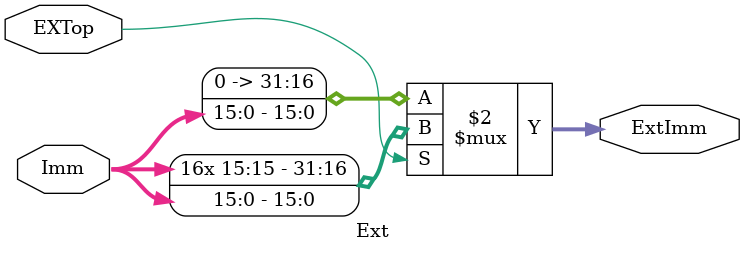
<source format=v>
`timescale 1ns / 1ps
module Ext(
    input EXTop,
    input [15:0] Imm,
    output [31:0] ExtImm
    );
	 
    assign ExtImm = (EXTop == 1'b1) ? {{16{Imm[15]}},Imm} : {{16{1'b0}},Imm};
endmodule
</source>
